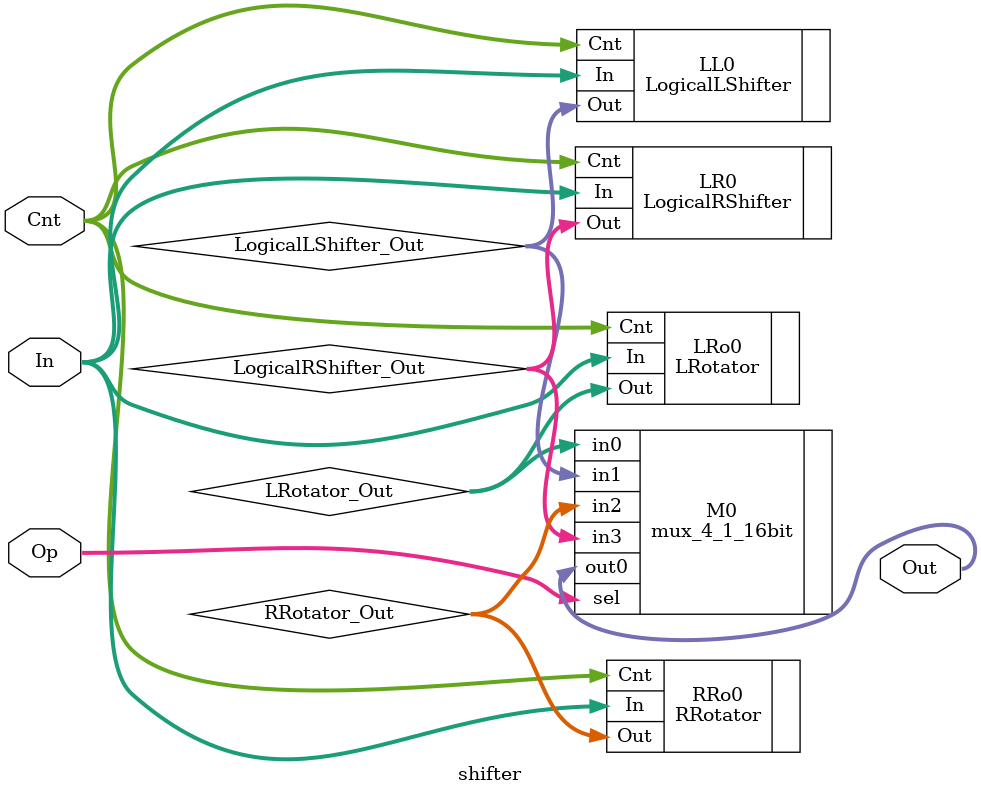
<source format=v>
module shifter (In, Cnt, Op, Out);
   
   input [15:0] In;
   input [3:0]  Cnt;
   input [1:0]  Op;
   output[15:0] Out;

   /*
   Your code goes here
   */
	
   wire [15:0] LogicalLShifter_Out, LogicalRShifter_Out, RRotator_Out, LRotator_Out;	//ArithRShifter_Out, 

   LRotator        LRo0 (.In(In) , .Out(LRotator_Out)        , .Cnt(Cnt));
   LogicalLShifter LL0  (.In(In) , .Out(LogicalLShifter_Out) , .Cnt(Cnt));
//   ArithRShifter   AR0  (.In(In) , .Out(ArithRShifter_Out)   , .Cnt(Cnt));
   RRotator        RRo0 (.In(In) , .Out(RRotator_Out)        , .Cnt(Cnt));
   LogicalRShifter LR0  (.In(In) , .Out(LogicalRShifter_Out) , .Cnt(Cnt));

   // mux4_1 M0[15:0] (.in0(ArithRShifter_Out), .in1(LogicalRShifter_Out), .in2(LRotator_Out), .in3(LogicalLShifter_Out), .sel(Op), .outY(Out));
   mux_4_1_16bit M0 (.in0(LRotator_Out), .in1(LogicalLShifter_Out), .in2(RRotator_Out), .in3(LogicalRShifter_Out), .sel(Op), .out0(Out));

endmodule


</source>
